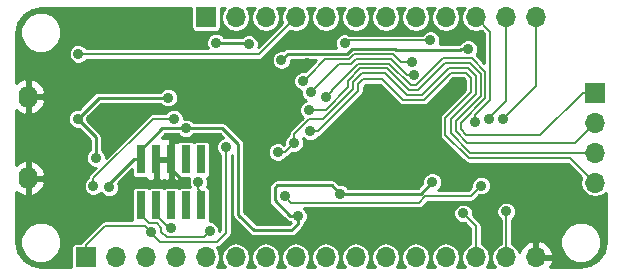
<source format=gbr>
G04 #@! TF.GenerationSoftware,KiCad,Pcbnew,(2017-09-09 revision 8c7175b)-master*
G04 #@! TF.CreationDate,2017-09-11T12:48:41-07:00*
G04 #@! TF.ProjectId,feather_ice40,666561746865725F69636534302E6B69,rev?*
G04 #@! TF.SameCoordinates,Original*
G04 #@! TF.FileFunction,Copper,L2,Bot,Signal*
G04 #@! TF.FilePolarity,Positive*
%FSLAX46Y46*%
G04 Gerber Fmt 4.6, Leading zero omitted, Abs format (unit mm)*
G04 Created by KiCad (PCBNEW (2017-09-09 revision 8c7175b)-master) date Monday, September 11, 2017 'PMt' 12:48:41 PM*
%MOMM*%
%LPD*%
G01*
G04 APERTURE LIST*
%ADD10O,1.700000X1.700000*%
%ADD11R,1.700000X1.700000*%
%ADD12R,0.750000X2.400000*%
%ADD13O,1.600000X1.900000*%
%ADD14C,0.914400*%
%ADD15C,0.254000*%
%ADD16C,0.203200*%
G04 APERTURE END LIST*
D10*
X140898880Y-76230480D03*
X140898880Y-73690480D03*
X140898880Y-71150480D03*
D11*
X140898880Y-68610480D03*
X97790000Y-82550000D03*
D10*
X100330000Y-82550000D03*
X102870000Y-82550000D03*
X105410000Y-82550000D03*
X107950000Y-82550000D03*
X110490000Y-82550000D03*
X113030000Y-82550000D03*
X115570000Y-82550000D03*
X118110000Y-82550000D03*
X120650000Y-82550000D03*
X123190000Y-82550000D03*
X125730000Y-82550000D03*
X128270000Y-82550000D03*
X130810000Y-82550000D03*
X133350000Y-82550000D03*
X135890000Y-82550000D03*
D11*
X107950000Y-62230000D03*
D10*
X110490000Y-62230000D03*
X113030000Y-62230000D03*
X115570000Y-62230000D03*
X118110000Y-62230000D03*
X120650000Y-62230000D03*
X123190000Y-62230000D03*
X125730000Y-62230000D03*
X128270000Y-62230000D03*
X130810000Y-62230000D03*
X133350000Y-62230000D03*
X135890000Y-62230000D03*
D12*
X102463600Y-74250000D03*
X102463600Y-78150000D03*
X103733600Y-74250000D03*
X103733600Y-78150000D03*
X105003600Y-74250000D03*
X105003600Y-78150000D03*
X106273600Y-74250000D03*
X106273600Y-78150000D03*
X107543600Y-74250000D03*
X107543600Y-78150000D03*
D13*
X92892500Y-68940000D03*
X92892500Y-75840000D03*
D14*
X106233569Y-71634794D03*
X115752880Y-79062580D03*
X119336820Y-77147420D03*
X127115378Y-76172816D03*
X130176572Y-64937650D03*
X114348260Y-65846960D03*
X99771200Y-76631800D03*
X105528279Y-72501755D03*
X107071160Y-68910200D03*
X116486940Y-66106040D03*
X99766120Y-78572360D03*
X109860080Y-66789300D03*
X123758960Y-79235300D03*
X137541000Y-76624180D03*
X118280180Y-74523600D03*
X129487432Y-67879229D03*
X122095281Y-68308230D03*
X125210710Y-71228090D03*
X125210710Y-72515590D03*
X126498210Y-72515590D03*
X126498210Y-71228090D03*
X112298480Y-68049140D03*
X99014280Y-66456560D03*
X114390857Y-79476703D03*
X105892600Y-76250800D03*
X97180400Y-73812400D03*
X104769194Y-69021957D03*
X111577120Y-64513460D03*
X108795820Y-64368680D03*
X97155000Y-65326260D03*
X105229660Y-70802500D03*
X130756888Y-71087059D03*
X119698963Y-64432667D03*
X126961900Y-64175640D03*
X129727960Y-78831440D03*
X133380480Y-78668880D03*
X116186811Y-67630052D03*
X103294180Y-80431640D03*
X125405589Y-65999157D03*
X109641034Y-73207212D03*
X98628198Y-74117200D03*
X97078800Y-70815200D03*
X108254800Y-80340200D03*
X104973216Y-80055919D03*
X98425000Y-76504800D03*
X133073140Y-70858380D03*
X131887867Y-70796844D03*
X116786660Y-71879460D03*
X115426541Y-72849965D03*
X114031546Y-73639964D03*
X116680905Y-70077703D03*
X118132249Y-68953303D03*
X107315000Y-76149200D03*
X116816054Y-68553691D03*
X125555276Y-67106699D03*
X131262120Y-76469240D03*
X114609880Y-77370940D03*
D15*
X109333474Y-71634794D02*
X106880147Y-71634794D01*
X106880147Y-71634794D02*
X106233569Y-71634794D01*
X102463600Y-74250000D02*
X102463600Y-73425000D01*
X115752880Y-79062580D02*
X115752880Y-79709158D01*
X105586991Y-71634794D02*
X106233569Y-71634794D01*
X112031779Y-80269079D02*
X110688120Y-78925420D01*
X115192959Y-80269079D02*
X112031779Y-80269079D01*
X110688120Y-72989440D02*
X109333474Y-71634794D01*
X110688120Y-78925420D02*
X110688120Y-72989440D01*
X115752880Y-79709158D02*
X115192959Y-80269079D01*
X102463600Y-73425000D02*
X104253806Y-71634794D01*
X104253806Y-71634794D02*
X105586991Y-71634794D01*
X129529994Y-64937650D02*
X130176572Y-64937650D01*
X124045555Y-64975769D02*
X129491875Y-64975769D01*
X114876581Y-65318639D02*
X119926554Y-65318639D01*
X119926554Y-65318639D02*
X120345717Y-64899476D01*
X123969262Y-64899476D02*
X124045555Y-64975769D01*
X114348260Y-65846960D02*
X114876581Y-65318639D01*
X120345717Y-64899476D02*
X123969262Y-64899476D01*
X129491875Y-64975769D02*
X129529994Y-64937650D01*
X115106302Y-79062580D02*
X115752880Y-79062580D01*
X113771680Y-77727958D02*
X115106302Y-79062580D01*
X113771680Y-76664820D02*
X113771680Y-77727958D01*
X113990120Y-76446380D02*
X113771680Y-76664820D01*
X118635780Y-76446380D02*
X113990120Y-76446380D01*
X119336820Y-77147420D02*
X118635780Y-76446380D01*
X127115378Y-76172816D02*
X126140774Y-77147420D01*
X126140774Y-77147420D02*
X119336820Y-77147420D01*
X102463600Y-74250000D02*
X101834600Y-74250000D01*
X101834600Y-74250000D02*
X99771200Y-76313400D01*
X99771200Y-76313400D02*
X99771200Y-76631800D01*
X105003600Y-74250000D02*
X105003600Y-72796000D01*
X105003600Y-72796000D02*
X105297845Y-72501755D01*
X105297845Y-72501755D02*
X105528279Y-72501755D01*
X105892600Y-75964000D02*
X105892600Y-76250800D01*
X105003600Y-75075000D02*
X105892600Y-75964000D01*
X105003600Y-74250000D02*
X105003600Y-75075000D01*
X97180400Y-73812400D02*
X97586800Y-74218800D01*
X97078800Y-70815200D02*
X98872043Y-69021957D01*
X98872043Y-69021957D02*
X104122616Y-69021957D01*
X104122616Y-69021957D02*
X104769194Y-69021957D01*
X108795820Y-64368680D02*
X111432340Y-64368680D01*
X111432340Y-64368680D02*
X111577120Y-64513460D01*
D16*
X107772210Y-80822790D02*
X107797601Y-80797399D01*
X107797601Y-80797399D02*
X108254800Y-80340200D01*
X104612325Y-80822790D02*
X107772210Y-80822790D01*
X104173022Y-80383487D02*
X104612325Y-80822790D01*
X104173022Y-80048098D02*
X104173022Y-80383487D01*
X103779725Y-79654801D02*
X104173022Y-80048098D01*
X103143401Y-79654801D02*
X103779725Y-79654801D01*
X102463600Y-78150000D02*
X102463600Y-78975000D01*
X102463600Y-78975000D02*
X103143401Y-79654801D01*
X97801578Y-65326260D02*
X97155000Y-65326260D01*
X112473740Y-65326260D02*
X97801578Y-65326260D01*
X115570000Y-62230000D02*
X112473740Y-65326260D01*
X103480722Y-70802500D02*
X104583082Y-70802500D01*
X98425000Y-76504800D02*
X98425000Y-75858222D01*
X104583082Y-70802500D02*
X105229660Y-70802500D01*
X98425000Y-75858222D02*
X103480722Y-70802500D01*
X130756888Y-70520635D02*
X130756888Y-71087059D01*
X132016544Y-69260979D02*
X130756888Y-70520635D01*
X132016544Y-63436544D02*
X132016544Y-69260979D01*
X130810000Y-62230000D02*
X132016544Y-63436544D01*
X119955990Y-64175640D02*
X119698963Y-64432667D01*
X126961900Y-64175640D02*
X119955990Y-64175640D01*
X129727960Y-78831440D02*
X130810000Y-79913480D01*
X130810000Y-79913480D02*
X130810000Y-82550000D01*
X133380480Y-78668880D02*
X133380480Y-82519520D01*
X133380480Y-82519520D02*
X133350000Y-82550000D01*
X125405589Y-65999157D02*
X124458271Y-65999157D01*
X120524578Y-65331287D02*
X120080078Y-65775787D01*
X116644010Y-67172853D02*
X116186811Y-67630052D01*
X118041076Y-65775787D02*
X116644010Y-67172853D01*
X124458271Y-65999157D02*
X123790401Y-65331287D01*
X123790401Y-65331287D02*
X120524578Y-65331287D01*
X120080078Y-65775787D02*
X118041076Y-65775787D01*
X99380599Y-79906201D02*
X102768741Y-79906201D01*
X102768741Y-79906201D02*
X102836981Y-79974441D01*
X97790000Y-81496800D02*
X99380599Y-79906201D01*
X108861861Y-81231739D02*
X104094279Y-81231739D01*
X104094279Y-81231739D02*
X103751379Y-80888839D01*
X103751379Y-80888839D02*
X103294180Y-80431640D01*
X97790000Y-82550000D02*
X97790000Y-81496800D01*
X109641034Y-73207212D02*
X109641034Y-80452566D01*
X109641034Y-80452566D02*
X108861861Y-81231739D01*
X102836981Y-79974441D02*
X103294180Y-80431640D01*
D15*
X97078800Y-70815200D02*
X98628198Y-72364598D01*
X98628198Y-73470622D02*
X98628198Y-74117200D01*
X98628198Y-72364598D02*
X98628198Y-73470622D01*
D16*
X104814519Y-80055919D02*
X104973216Y-80055919D01*
X103733600Y-78975000D02*
X104814519Y-80055919D01*
X103733600Y-78150000D02*
X103733600Y-78975000D01*
X135890000Y-62230000D02*
X135890000Y-68041520D01*
X135890000Y-68041520D02*
X133530339Y-70401181D01*
X133530339Y-70401181D02*
X133073140Y-70858380D01*
X133350000Y-62230000D02*
X133350000Y-69334711D01*
X132345066Y-70339645D02*
X131887867Y-70796844D01*
X133350000Y-69334711D02*
X132345066Y-70339645D01*
X133309360Y-62270640D02*
X133350000Y-62230000D01*
X130205480Y-74140060D02*
X138808460Y-74140060D01*
X138808460Y-74140060D02*
X140898880Y-76230480D01*
X128229360Y-72163940D02*
X130205480Y-74140060D01*
X128229360Y-70749160D02*
X128229360Y-72163940D01*
X130390900Y-68587620D02*
X128229360Y-70749160D01*
X130390900Y-67376040D02*
X130390900Y-68587620D01*
X129941320Y-66926460D02*
X130390900Y-67376040D01*
X128696720Y-66926460D02*
X129941320Y-66926460D01*
X126423420Y-69199760D02*
X128696720Y-66926460D01*
X124602240Y-69199760D02*
X126423420Y-69199760D01*
X122857260Y-67454780D02*
X124602240Y-69199760D01*
X121274840Y-67454780D02*
X122857260Y-67454780D01*
X120827800Y-67901820D02*
X121274840Y-67454780D01*
X120827800Y-68484898D02*
X120827800Y-67901820D01*
X116786660Y-71879460D02*
X117433238Y-71879460D01*
X117433238Y-71879460D02*
X120827800Y-68484898D01*
X128528380Y-66520049D02*
X126255080Y-68793349D01*
X130109660Y-66520049D02*
X128528380Y-66520049D01*
X130797311Y-67207700D02*
X130109660Y-66520049D01*
X130797311Y-68755960D02*
X130797311Y-67207700D01*
X128691640Y-70861631D02*
X130797311Y-68755960D01*
X128691640Y-72051470D02*
X128691640Y-70861631D01*
X130330650Y-73690480D02*
X128691640Y-72051470D01*
X121197938Y-66956931D02*
X120421389Y-67733480D01*
X120421389Y-67733480D02*
X120421389Y-68316558D01*
X115426541Y-72111817D02*
X115426541Y-72203387D01*
X116679989Y-70858369D02*
X115426541Y-72111817D01*
X117879578Y-70858369D02*
X116679989Y-70858369D01*
X120421389Y-68316558D02*
X117879578Y-70858369D01*
X140898880Y-73690480D02*
X130330650Y-73690480D01*
X123117041Y-66956931D02*
X121197938Y-66956931D01*
X124953459Y-68793349D02*
X123117041Y-66956931D01*
X126255080Y-68793349D02*
X124953459Y-68793349D01*
X115426541Y-72849965D02*
X114636542Y-73639964D01*
X115426541Y-72203387D02*
X115426541Y-72849965D01*
X114636542Y-73639964D02*
X114031546Y-73639964D01*
X129098051Y-71883132D02*
X129098052Y-71029969D01*
X119999740Y-68163457D02*
X118085494Y-70077703D01*
X131203722Y-68924300D02*
X131203722Y-67039360D01*
X131203722Y-67039360D02*
X130270424Y-66106062D01*
X128208307Y-66106062D02*
X125927431Y-68386938D01*
X125121799Y-68386938D02*
X123285381Y-66550520D01*
X140898880Y-71150480D02*
X139209780Y-72839580D01*
X130054500Y-72839580D02*
X129098051Y-71883132D01*
X130270424Y-66106062D02*
X128208307Y-66106062D01*
X121029598Y-66550520D02*
X119999740Y-67580379D01*
X118085494Y-70077703D02*
X117327483Y-70077703D01*
X129098052Y-71029969D02*
X131203722Y-68924300D01*
X119999740Y-67580379D02*
X119999740Y-68163457D01*
X125927431Y-68386938D02*
X125121799Y-68386938D01*
X139209780Y-72839580D02*
X130054500Y-72839580D01*
X117327483Y-70077703D02*
X116680905Y-70077703D01*
X123285381Y-66550520D02*
X121029598Y-66550520D01*
X131610133Y-66871020D02*
X130438764Y-65699651D01*
X131610133Y-69092640D02*
X131610133Y-66871020D01*
X129504462Y-71198310D02*
X131610133Y-69092640D01*
X130438764Y-65699651D02*
X128039967Y-65699651D01*
X128039967Y-65699651D02*
X125759091Y-67980527D01*
X125759091Y-67980527D02*
X125290139Y-67980527D01*
X125290139Y-67980527D02*
X123453721Y-66144109D01*
X123453721Y-66144109D02*
X120861258Y-66144109D01*
X120861258Y-66144109D02*
X118589448Y-68415919D01*
X118589448Y-68415919D02*
X118589448Y-68496104D01*
X129504462Y-71714792D02*
X129504462Y-71198310D01*
X136271900Y-72184260D02*
X129973930Y-72184260D01*
X129973930Y-72184260D02*
X129504462Y-71714792D01*
X140898880Y-68610480D02*
X139845680Y-68610480D01*
X139845680Y-68610480D02*
X136271900Y-72184260D01*
X118589448Y-68496104D02*
X118132249Y-68953303D01*
X107315000Y-76149200D02*
X107315000Y-76795778D01*
X107315000Y-76795778D02*
X107543600Y-77024378D01*
X107543600Y-77024378D02*
X107543600Y-78150000D01*
X120248418Y-66182198D02*
X119187547Y-66182198D01*
X124991062Y-67106699D02*
X123622061Y-65737698D01*
X125555276Y-67106699D02*
X124991062Y-67106699D01*
X117273253Y-68096492D02*
X116816054Y-68553691D01*
X123622061Y-65737698D02*
X120692918Y-65737698D01*
X120692918Y-65737698D02*
X120248418Y-66182198D01*
X119187547Y-66182198D02*
X117273253Y-68096492D01*
X130804921Y-76926439D02*
X131262120Y-76469240D01*
X126527926Y-77370940D02*
X130360420Y-77370940D01*
X125989444Y-77909422D02*
X126527926Y-77370940D01*
X115148362Y-77909422D02*
X125989444Y-77909422D01*
X114609880Y-77370940D02*
X115148362Y-77909422D01*
X130360420Y-77370940D02*
X130804921Y-76926439D01*
D15*
G36*
X106711536Y-63080000D02*
X106741106Y-63228659D01*
X106825314Y-63354686D01*
X106951341Y-63438894D01*
X107100000Y-63468464D01*
X108800000Y-63468464D01*
X108948659Y-63438894D01*
X109074686Y-63354686D01*
X109158894Y-63228659D01*
X109188464Y-63080000D01*
X109188464Y-61416000D01*
X109565720Y-61416000D01*
X109352704Y-61734800D01*
X109259000Y-62205883D01*
X109259000Y-62254117D01*
X109352704Y-62725200D01*
X109619552Y-63124565D01*
X110018917Y-63391413D01*
X110490000Y-63485117D01*
X110961083Y-63391413D01*
X111360448Y-63124565D01*
X111627296Y-62725200D01*
X111721000Y-62254117D01*
X111721000Y-62205883D01*
X111627296Y-61734800D01*
X111414280Y-61416000D01*
X112105720Y-61416000D01*
X111892704Y-61734800D01*
X111799000Y-62205883D01*
X111799000Y-62254117D01*
X111892704Y-62725200D01*
X112159552Y-63124565D01*
X112558917Y-63391413D01*
X113030000Y-63485117D01*
X113501083Y-63391413D01*
X113900448Y-63124565D01*
X114167296Y-62725200D01*
X114261000Y-62254117D01*
X114261000Y-62205883D01*
X114167296Y-61734800D01*
X113954280Y-61416000D01*
X114645720Y-61416000D01*
X114432704Y-61734800D01*
X114339000Y-62205883D01*
X114339000Y-62254117D01*
X114426001Y-62691499D01*
X112399974Y-64717526D01*
X112415174Y-64680920D01*
X112415465Y-64347463D01*
X112288125Y-64039278D01*
X112052542Y-63803283D01*
X111744580Y-63675406D01*
X111411123Y-63675115D01*
X111102938Y-63802455D01*
X111044611Y-63860680D01*
X109473066Y-63860680D01*
X109271242Y-63658503D01*
X108963280Y-63530626D01*
X108629823Y-63530335D01*
X108321638Y-63657675D01*
X108085643Y-63893258D01*
X107957766Y-64201220D01*
X107957475Y-64534677D01*
X108084815Y-64842862D01*
X108085612Y-64843660D01*
X97857602Y-64843660D01*
X97630422Y-64616083D01*
X97322460Y-64488206D01*
X96989003Y-64487915D01*
X96680818Y-64615255D01*
X96444823Y-64850838D01*
X96316946Y-65158800D01*
X96316655Y-65492257D01*
X96443995Y-65800442D01*
X96679578Y-66036437D01*
X96987540Y-66164314D01*
X97320997Y-66164605D01*
X97629182Y-66037265D01*
X97857986Y-65808860D01*
X112473740Y-65808860D01*
X112658423Y-65772124D01*
X112814990Y-65667510D01*
X115094223Y-63388277D01*
X115098917Y-63391413D01*
X115570000Y-63485117D01*
X116041083Y-63391413D01*
X116440448Y-63124565D01*
X116707296Y-62725200D01*
X116801000Y-62254117D01*
X116801000Y-62205883D01*
X116707296Y-61734800D01*
X116494280Y-61416000D01*
X117185720Y-61416000D01*
X116972704Y-61734800D01*
X116879000Y-62205883D01*
X116879000Y-62254117D01*
X116972704Y-62725200D01*
X117239552Y-63124565D01*
X117638917Y-63391413D01*
X118110000Y-63485117D01*
X118581083Y-63391413D01*
X118980448Y-63124565D01*
X119247296Y-62725200D01*
X119341000Y-62254117D01*
X119341000Y-62205883D01*
X119247296Y-61734800D01*
X119034280Y-61416000D01*
X119725720Y-61416000D01*
X119512704Y-61734800D01*
X119419000Y-62205883D01*
X119419000Y-62254117D01*
X119512704Y-62725200D01*
X119779552Y-63124565D01*
X120178917Y-63391413D01*
X120650000Y-63485117D01*
X121121083Y-63391413D01*
X121520448Y-63124565D01*
X121787296Y-62725200D01*
X121881000Y-62254117D01*
X121881000Y-62205883D01*
X121787296Y-61734800D01*
X121574280Y-61416000D01*
X122265720Y-61416000D01*
X122052704Y-61734800D01*
X121959000Y-62205883D01*
X121959000Y-62254117D01*
X122052704Y-62725200D01*
X122319552Y-63124565D01*
X122718917Y-63391413D01*
X123190000Y-63485117D01*
X123661083Y-63391413D01*
X124060448Y-63124565D01*
X124327296Y-62725200D01*
X124421000Y-62254117D01*
X124421000Y-62205883D01*
X124327296Y-61734800D01*
X124114280Y-61416000D01*
X124805720Y-61416000D01*
X124592704Y-61734800D01*
X124499000Y-62205883D01*
X124499000Y-62254117D01*
X124592704Y-62725200D01*
X124859552Y-63124565D01*
X125258917Y-63391413D01*
X125730000Y-63485117D01*
X126201083Y-63391413D01*
X126600448Y-63124565D01*
X126867296Y-62725200D01*
X126961000Y-62254117D01*
X126961000Y-62205883D01*
X126867296Y-61734800D01*
X126654280Y-61416000D01*
X127345720Y-61416000D01*
X127132704Y-61734800D01*
X127039000Y-62205883D01*
X127039000Y-62254117D01*
X127132704Y-62725200D01*
X127399552Y-63124565D01*
X127798917Y-63391413D01*
X128270000Y-63485117D01*
X128741083Y-63391413D01*
X129140448Y-63124565D01*
X129407296Y-62725200D01*
X129501000Y-62254117D01*
X129501000Y-62205883D01*
X129407296Y-61734800D01*
X129194280Y-61416000D01*
X129885720Y-61416000D01*
X129672704Y-61734800D01*
X129579000Y-62205883D01*
X129579000Y-62254117D01*
X129672704Y-62725200D01*
X129939552Y-63124565D01*
X130338917Y-63391413D01*
X130810000Y-63485117D01*
X131281083Y-63391413D01*
X131285777Y-63388277D01*
X131533944Y-63636444D01*
X131533944Y-66112331D01*
X130860694Y-65439081D01*
X130886749Y-65413072D01*
X131014626Y-65105110D01*
X131014917Y-64771653D01*
X130887577Y-64463468D01*
X130651994Y-64227473D01*
X130344032Y-64099596D01*
X130010575Y-64099305D01*
X129702390Y-64226645D01*
X129491325Y-64437342D01*
X129367844Y-64461904D01*
X129338355Y-64467769D01*
X127748187Y-64467769D01*
X127799954Y-64343100D01*
X127800245Y-64009643D01*
X127672905Y-63701458D01*
X127437322Y-63465463D01*
X127129360Y-63337586D01*
X126795903Y-63337295D01*
X126487718Y-63464635D01*
X126258914Y-63693040D01*
X120103462Y-63693040D01*
X119866423Y-63594613D01*
X119532966Y-63594322D01*
X119224781Y-63721662D01*
X118988786Y-63957245D01*
X118860909Y-64265207D01*
X118860618Y-64598664D01*
X118948205Y-64810639D01*
X114876581Y-64810639D01*
X114682178Y-64849308D01*
X114517371Y-64959429D01*
X114467936Y-65008864D01*
X114182263Y-65008615D01*
X113874078Y-65135955D01*
X113638083Y-65371538D01*
X113510206Y-65679500D01*
X113509915Y-66012957D01*
X113637255Y-66321142D01*
X113872838Y-66557137D01*
X114180800Y-66685014D01*
X114514257Y-66685305D01*
X114822442Y-66557965D01*
X115058437Y-66322382D01*
X115186314Y-66014420D01*
X115186478Y-65826639D01*
X117307724Y-65826639D01*
X116342375Y-66791988D01*
X116020814Y-66791707D01*
X115712629Y-66919047D01*
X115476634Y-67154630D01*
X115348757Y-67462592D01*
X115348466Y-67796049D01*
X115475806Y-68104234D01*
X115711389Y-68340229D01*
X115977944Y-68450912D01*
X115977709Y-68719688D01*
X116105049Y-69027873D01*
X116340632Y-69263868D01*
X116397969Y-69287676D01*
X116206723Y-69366698D01*
X115970728Y-69602281D01*
X115842851Y-69910243D01*
X115842560Y-70243700D01*
X115969900Y-70551885D01*
X116136791Y-70719067D01*
X115085291Y-71770567D01*
X114980677Y-71927134D01*
X114943941Y-72111817D01*
X114943941Y-72147363D01*
X114716364Y-72374543D01*
X114588487Y-72682505D01*
X114588205Y-73005801D01*
X114585525Y-73008481D01*
X114506968Y-72929787D01*
X114199006Y-72801910D01*
X113865549Y-72801619D01*
X113557364Y-72928959D01*
X113321369Y-73164542D01*
X113193492Y-73472504D01*
X113193201Y-73805961D01*
X113320541Y-74114146D01*
X113556124Y-74350141D01*
X113864086Y-74478018D01*
X114197543Y-74478309D01*
X114505728Y-74350969D01*
X114741723Y-74115386D01*
X114747944Y-74100405D01*
X114821225Y-74085828D01*
X114977792Y-73981214D01*
X115270977Y-73688029D01*
X115592538Y-73688310D01*
X115900723Y-73560970D01*
X116136718Y-73325387D01*
X116264595Y-73017425D01*
X116264886Y-72683968D01*
X116165646Y-72443791D01*
X116311238Y-72589637D01*
X116619200Y-72717514D01*
X116952657Y-72717805D01*
X117260842Y-72590465D01*
X117496837Y-72354882D01*
X117499314Y-72348917D01*
X117617921Y-72325324D01*
X117774488Y-72220710D01*
X121169047Y-68826150D01*
X121169050Y-68826148D01*
X121273664Y-68669581D01*
X121289877Y-68588074D01*
X121310401Y-68484898D01*
X121310400Y-68484893D01*
X121310400Y-68101720D01*
X121474740Y-67937380D01*
X122657360Y-67937380D01*
X124260988Y-69541007D01*
X124260990Y-69541010D01*
X124362953Y-69609139D01*
X124417557Y-69645624D01*
X124602240Y-69682360D01*
X126423420Y-69682360D01*
X126608103Y-69645624D01*
X126764670Y-69541010D01*
X128896620Y-67409060D01*
X129741420Y-67409060D01*
X129908300Y-67575940D01*
X129908300Y-68387720D01*
X127888110Y-70407910D01*
X127783496Y-70564477D01*
X127746760Y-70749160D01*
X127746760Y-72163940D01*
X127783496Y-72348623D01*
X127888110Y-72505190D01*
X129864230Y-74481310D01*
X130020797Y-74585924D01*
X130205480Y-74622661D01*
X130205485Y-74622660D01*
X138608560Y-74622660D01*
X139740603Y-75754703D01*
X139737467Y-75759397D01*
X139643763Y-76230480D01*
X139737467Y-76701563D01*
X140004315Y-77100928D01*
X140403680Y-77367776D01*
X140874763Y-77461480D01*
X140922997Y-77461480D01*
X141394080Y-77367776D01*
X141784000Y-77107239D01*
X141784000Y-81235089D01*
X141617112Y-82074094D01*
X141167293Y-82747293D01*
X140494094Y-83197112D01*
X139655089Y-83364000D01*
X137116816Y-83364000D01*
X137331486Y-82906892D01*
X137210819Y-82677000D01*
X136017000Y-82677000D01*
X136017000Y-82697000D01*
X135763000Y-82697000D01*
X135763000Y-82677000D01*
X135743000Y-82677000D01*
X135743000Y-82423000D01*
X135763000Y-82423000D01*
X135763000Y-81229845D01*
X136017000Y-81229845D01*
X136017000Y-82423000D01*
X137210819Y-82423000D01*
X137331486Y-82193108D01*
X137085183Y-81668642D01*
X137034889Y-81622807D01*
X137968700Y-81622807D01*
X138231674Y-82259252D01*
X138718187Y-82746614D01*
X139354172Y-83010699D01*
X140042807Y-83011300D01*
X140679252Y-82748326D01*
X141166614Y-82261813D01*
X141430699Y-81625828D01*
X141431300Y-80937193D01*
X141168326Y-80300748D01*
X140681813Y-79813386D01*
X140045828Y-79549301D01*
X139357193Y-79548700D01*
X138720748Y-79811674D01*
X138233386Y-80298187D01*
X137969301Y-80934172D01*
X137968700Y-81622807D01*
X137034889Y-81622807D01*
X136656924Y-81278355D01*
X136246890Y-81108524D01*
X136017000Y-81229845D01*
X135763000Y-81229845D01*
X135533110Y-81108524D01*
X135123076Y-81278355D01*
X134694817Y-81668642D01*
X134495083Y-82093947D01*
X134487296Y-82054800D01*
X134220448Y-81655435D01*
X133863080Y-81416649D01*
X133863080Y-79371482D01*
X134090657Y-79144302D01*
X134218534Y-78836340D01*
X134218825Y-78502883D01*
X134091485Y-78194698D01*
X133855902Y-77958703D01*
X133547940Y-77830826D01*
X133214483Y-77830535D01*
X132906298Y-77957875D01*
X132670303Y-78193458D01*
X132542426Y-78501420D01*
X132542135Y-78834877D01*
X132669475Y-79143062D01*
X132897880Y-79371866D01*
X132897880Y-81384815D01*
X132878917Y-81388587D01*
X132479552Y-81655435D01*
X132212704Y-82054800D01*
X132119000Y-82525883D01*
X132119000Y-82574117D01*
X132212704Y-83045200D01*
X132425720Y-83364000D01*
X131734280Y-83364000D01*
X131947296Y-83045200D01*
X132041000Y-82574117D01*
X132041000Y-82525883D01*
X131947296Y-82054800D01*
X131680448Y-81655435D01*
X131292600Y-81396282D01*
X131292600Y-79913485D01*
X131292601Y-79913480D01*
X131255864Y-79728797D01*
X131241198Y-79706848D01*
X131151250Y-79572230D01*
X131151247Y-79572228D01*
X130566024Y-78987005D01*
X130566305Y-78665443D01*
X130438965Y-78357258D01*
X130203382Y-78121263D01*
X129895420Y-77993386D01*
X129561963Y-77993095D01*
X129253778Y-78120435D01*
X129017783Y-78356018D01*
X128889906Y-78663980D01*
X128889615Y-78997437D01*
X129016955Y-79305622D01*
X129252538Y-79541617D01*
X129560500Y-79669494D01*
X129883797Y-79669776D01*
X130327400Y-80113379D01*
X130327400Y-81396282D01*
X129939552Y-81655435D01*
X129672704Y-82054800D01*
X129579000Y-82525883D01*
X129579000Y-82574117D01*
X129672704Y-83045200D01*
X129885720Y-83364000D01*
X129194280Y-83364000D01*
X129407296Y-83045200D01*
X129501000Y-82574117D01*
X129501000Y-82525883D01*
X129407296Y-82054800D01*
X129140448Y-81655435D01*
X128741083Y-81388587D01*
X128270000Y-81294883D01*
X127798917Y-81388587D01*
X127399552Y-81655435D01*
X127132704Y-82054800D01*
X127039000Y-82525883D01*
X127039000Y-82574117D01*
X127132704Y-83045200D01*
X127345720Y-83364000D01*
X126654280Y-83364000D01*
X126867296Y-83045200D01*
X126961000Y-82574117D01*
X126961000Y-82525883D01*
X126867296Y-82054800D01*
X126600448Y-81655435D01*
X126201083Y-81388587D01*
X125730000Y-81294883D01*
X125258917Y-81388587D01*
X124859552Y-81655435D01*
X124592704Y-82054800D01*
X124499000Y-82525883D01*
X124499000Y-82574117D01*
X124592704Y-83045200D01*
X124805720Y-83364000D01*
X124114280Y-83364000D01*
X124327296Y-83045200D01*
X124421000Y-82574117D01*
X124421000Y-82525883D01*
X124327296Y-82054800D01*
X124060448Y-81655435D01*
X123661083Y-81388587D01*
X123190000Y-81294883D01*
X122718917Y-81388587D01*
X122319552Y-81655435D01*
X122052704Y-82054800D01*
X121959000Y-82525883D01*
X121959000Y-82574117D01*
X122052704Y-83045200D01*
X122265720Y-83364000D01*
X121574280Y-83364000D01*
X121787296Y-83045200D01*
X121881000Y-82574117D01*
X121881000Y-82525883D01*
X121787296Y-82054800D01*
X121520448Y-81655435D01*
X121121083Y-81388587D01*
X120650000Y-81294883D01*
X120178917Y-81388587D01*
X119779552Y-81655435D01*
X119512704Y-82054800D01*
X119419000Y-82525883D01*
X119419000Y-82574117D01*
X119512704Y-83045200D01*
X119725720Y-83364000D01*
X119034280Y-83364000D01*
X119247296Y-83045200D01*
X119341000Y-82574117D01*
X119341000Y-82525883D01*
X119247296Y-82054800D01*
X118980448Y-81655435D01*
X118581083Y-81388587D01*
X118110000Y-81294883D01*
X117638917Y-81388587D01*
X117239552Y-81655435D01*
X116972704Y-82054800D01*
X116879000Y-82525883D01*
X116879000Y-82574117D01*
X116972704Y-83045200D01*
X117185720Y-83364000D01*
X116494280Y-83364000D01*
X116707296Y-83045200D01*
X116801000Y-82574117D01*
X116801000Y-82525883D01*
X116707296Y-82054800D01*
X116440448Y-81655435D01*
X116041083Y-81388587D01*
X115570000Y-81294883D01*
X115098917Y-81388587D01*
X114699552Y-81655435D01*
X114432704Y-82054800D01*
X114339000Y-82525883D01*
X114339000Y-82574117D01*
X114432704Y-83045200D01*
X114645720Y-83364000D01*
X113954280Y-83364000D01*
X114167296Y-83045200D01*
X114261000Y-82574117D01*
X114261000Y-82525883D01*
X114167296Y-82054800D01*
X113900448Y-81655435D01*
X113501083Y-81388587D01*
X113030000Y-81294883D01*
X112558917Y-81388587D01*
X112159552Y-81655435D01*
X111892704Y-82054800D01*
X111799000Y-82525883D01*
X111799000Y-82574117D01*
X111892704Y-83045200D01*
X112105720Y-83364000D01*
X111414280Y-83364000D01*
X111627296Y-83045200D01*
X111721000Y-82574117D01*
X111721000Y-82525883D01*
X111627296Y-82054800D01*
X111360448Y-81655435D01*
X110961083Y-81388587D01*
X110490000Y-81294883D01*
X110018917Y-81388587D01*
X109619552Y-81655435D01*
X109352704Y-82054800D01*
X109259000Y-82525883D01*
X109259000Y-82574117D01*
X109352704Y-83045200D01*
X109565720Y-83364000D01*
X108874280Y-83364000D01*
X109087296Y-83045200D01*
X109181000Y-82574117D01*
X109181000Y-82525883D01*
X109087296Y-82054800D01*
X108859807Y-81714339D01*
X108861861Y-81714339D01*
X109046544Y-81677603D01*
X109203111Y-81572989D01*
X109982284Y-80793816D01*
X110086898Y-80637249D01*
X110123634Y-80452566D01*
X110123634Y-73909814D01*
X110180120Y-73853426D01*
X110180120Y-78925420D01*
X110218789Y-79119823D01*
X110328910Y-79284630D01*
X111672569Y-80628289D01*
X111837376Y-80738410D01*
X112031779Y-80777079D01*
X115192959Y-80777079D01*
X115387362Y-80738410D01*
X115552169Y-80628289D01*
X116112090Y-80068368D01*
X116222211Y-79903561D01*
X116253268Y-79747424D01*
X116463057Y-79538002D01*
X116590934Y-79230040D01*
X116591225Y-78896583D01*
X116463885Y-78588398D01*
X116267852Y-78392022D01*
X125989444Y-78392022D01*
X126174127Y-78355286D01*
X126330694Y-78250672D01*
X126727825Y-77853540D01*
X130360420Y-77853540D01*
X130545103Y-77816804D01*
X130701670Y-77712190D01*
X130701671Y-77712189D01*
X131106555Y-77307304D01*
X131428117Y-77307585D01*
X131736302Y-77180245D01*
X131972297Y-76944662D01*
X132100174Y-76636700D01*
X132100465Y-76303243D01*
X131973125Y-75995058D01*
X131737542Y-75759063D01*
X131429580Y-75631186D01*
X131096123Y-75630895D01*
X130787938Y-75758235D01*
X130551943Y-75993818D01*
X130424066Y-76301780D01*
X130423784Y-76625077D01*
X130160520Y-76888340D01*
X127578623Y-76888340D01*
X127589560Y-76883821D01*
X127825555Y-76648238D01*
X127953432Y-76340276D01*
X127953723Y-76006819D01*
X127826383Y-75698634D01*
X127590800Y-75462639D01*
X127282838Y-75334762D01*
X126949381Y-75334471D01*
X126641196Y-75461811D01*
X126405201Y-75697394D01*
X126277324Y-76005356D01*
X126277073Y-76292701D01*
X125930354Y-76639420D01*
X120014066Y-76639420D01*
X119812242Y-76437243D01*
X119504280Y-76309366D01*
X119216935Y-76309115D01*
X118994990Y-76087170D01*
X118830183Y-75977049D01*
X118635780Y-75938380D01*
X113990120Y-75938380D01*
X113795717Y-75977049D01*
X113630910Y-76087170D01*
X113412470Y-76305610D01*
X113302349Y-76470417D01*
X113263680Y-76664820D01*
X113263680Y-77727958D01*
X113302349Y-77922361D01*
X113412470Y-78087168D01*
X114747092Y-79421791D01*
X114874518Y-79506934D01*
X114911899Y-79531911D01*
X115068036Y-79562968D01*
X115124293Y-79619325D01*
X114982539Y-79761079D01*
X112242199Y-79761079D01*
X111196120Y-78715000D01*
X111196120Y-72989440D01*
X111157451Y-72795037D01*
X111047330Y-72630230D01*
X109692684Y-71275584D01*
X109527877Y-71165463D01*
X109333474Y-71126794D01*
X106910815Y-71126794D01*
X106708991Y-70924617D01*
X106401029Y-70796740D01*
X106067865Y-70796449D01*
X106068005Y-70636503D01*
X105940665Y-70328318D01*
X105705082Y-70092323D01*
X105397120Y-69964446D01*
X105063663Y-69964155D01*
X104755478Y-70091495D01*
X104526674Y-70319900D01*
X103480727Y-70319900D01*
X103480722Y-70319899D01*
X103296039Y-70356636D01*
X103139472Y-70461250D01*
X103139470Y-70461253D01*
X99466383Y-74134339D01*
X99466543Y-73951203D01*
X99339203Y-73643018D01*
X99136198Y-73439658D01*
X99136198Y-72364598D01*
X99097529Y-72170195D01*
X98987408Y-72005388D01*
X97916896Y-70934876D01*
X97917105Y-70695316D01*
X99082464Y-69529957D01*
X104091948Y-69529957D01*
X104293772Y-69732134D01*
X104601734Y-69860011D01*
X104935191Y-69860302D01*
X105243376Y-69732962D01*
X105479371Y-69497379D01*
X105607248Y-69189417D01*
X105607539Y-68855960D01*
X105480199Y-68547775D01*
X105244616Y-68311780D01*
X104936654Y-68183903D01*
X104603197Y-68183612D01*
X104295012Y-68310952D01*
X104091652Y-68513957D01*
X98872043Y-68513957D01*
X98677640Y-68552626D01*
X98512833Y-68662746D01*
X97198475Y-69977104D01*
X96912803Y-69976855D01*
X96604618Y-70104195D01*
X96368623Y-70339778D01*
X96240746Y-70647740D01*
X96240455Y-70981197D01*
X96367795Y-71289382D01*
X96603378Y-71525377D01*
X96911340Y-71653254D01*
X97198685Y-71653505D01*
X98120198Y-72575018D01*
X98120198Y-73439954D01*
X97918021Y-73641778D01*
X97790144Y-73949740D01*
X97789853Y-74283197D01*
X97917193Y-74591382D01*
X98152776Y-74827377D01*
X98460738Y-74955254D01*
X98645307Y-74955415D01*
X98083750Y-75516972D01*
X97979136Y-75673539D01*
X97955609Y-75791815D01*
X97950818Y-75793795D01*
X97714823Y-76029378D01*
X97586946Y-76337340D01*
X97586655Y-76670797D01*
X97713995Y-76978982D01*
X97949578Y-77214977D01*
X98257540Y-77342854D01*
X98590997Y-77343145D01*
X98899182Y-77215805D01*
X99045303Y-77069940D01*
X99060195Y-77105982D01*
X99295778Y-77341977D01*
X99603740Y-77469854D01*
X99937197Y-77470145D01*
X100245382Y-77342805D01*
X100481377Y-77107222D01*
X100609254Y-76799260D01*
X100609545Y-76465803D01*
X100529921Y-76273099D01*
X101700136Y-75102884D01*
X101700136Y-75450000D01*
X101729706Y-75598659D01*
X101813914Y-75724686D01*
X101939941Y-75808894D01*
X102088600Y-75838464D01*
X102838600Y-75838464D01*
X102847307Y-75836732D01*
X102998901Y-75988327D01*
X103232290Y-76085000D01*
X103447850Y-76085000D01*
X103606600Y-75926250D01*
X103606600Y-74377000D01*
X103860600Y-74377000D01*
X103860600Y-75926250D01*
X104019350Y-76085000D01*
X104234910Y-76085000D01*
X104368600Y-76029624D01*
X104502290Y-76085000D01*
X104717850Y-76085000D01*
X104876600Y-75926250D01*
X104876600Y-74377000D01*
X103860600Y-74377000D01*
X103606600Y-74377000D01*
X103586600Y-74377000D01*
X103586600Y-74123000D01*
X103606600Y-74123000D01*
X103606600Y-74103000D01*
X103860600Y-74103000D01*
X103860600Y-74123000D01*
X104876600Y-74123000D01*
X104876600Y-72573750D01*
X104717850Y-72415000D01*
X104502290Y-72415000D01*
X104368600Y-72470376D01*
X104234910Y-72415000D01*
X104192021Y-72415000D01*
X104464227Y-72142794D01*
X105556323Y-72142794D01*
X105758147Y-72344971D01*
X106066109Y-72472848D01*
X106399566Y-72473139D01*
X106707751Y-72345799D01*
X106911111Y-72142794D01*
X109123054Y-72142794D01*
X109385941Y-72405681D01*
X109166852Y-72496207D01*
X108930857Y-72731790D01*
X108802980Y-73039752D01*
X108802689Y-73373209D01*
X108930029Y-73681394D01*
X109158434Y-73910198D01*
X109158434Y-80252666D01*
X109093019Y-80318081D01*
X109093145Y-80174203D01*
X108965805Y-79866018D01*
X108730222Y-79630023D01*
X108422260Y-79502146D01*
X108275250Y-79502018D01*
X108277494Y-79498659D01*
X108307064Y-79350000D01*
X108307064Y-76950000D01*
X108277494Y-76801341D01*
X108193286Y-76675314D01*
X108067259Y-76591106D01*
X108041243Y-76585931D01*
X108153054Y-76316660D01*
X108153345Y-75983203D01*
X108078279Y-75801531D01*
X108193286Y-75724686D01*
X108277494Y-75598659D01*
X108307064Y-75450000D01*
X108307064Y-73050000D01*
X108277494Y-72901341D01*
X108193286Y-72775314D01*
X108067259Y-72691106D01*
X107918600Y-72661536D01*
X107168600Y-72661536D01*
X107019941Y-72691106D01*
X106908600Y-72765501D01*
X106797259Y-72691106D01*
X106648600Y-72661536D01*
X105898600Y-72661536D01*
X105889893Y-72663268D01*
X105738299Y-72511673D01*
X105504910Y-72415000D01*
X105289350Y-72415000D01*
X105130600Y-72573750D01*
X105130600Y-74123000D01*
X105150600Y-74123000D01*
X105150600Y-74377000D01*
X105130600Y-74377000D01*
X105130600Y-75926250D01*
X105289350Y-76085000D01*
X105504910Y-76085000D01*
X105738299Y-75988327D01*
X105889893Y-75836732D01*
X105898600Y-75838464D01*
X106536439Y-75838464D01*
X106476946Y-75981740D01*
X106476655Y-76315197D01*
X106578441Y-76561536D01*
X105898600Y-76561536D01*
X105749941Y-76591106D01*
X105638600Y-76665501D01*
X105527259Y-76591106D01*
X105378600Y-76561536D01*
X104628600Y-76561536D01*
X104479941Y-76591106D01*
X104368600Y-76665501D01*
X104257259Y-76591106D01*
X104108600Y-76561536D01*
X103358600Y-76561536D01*
X103209941Y-76591106D01*
X103098600Y-76665501D01*
X102987259Y-76591106D01*
X102838600Y-76561536D01*
X102088600Y-76561536D01*
X101939941Y-76591106D01*
X101813914Y-76675314D01*
X101729706Y-76801341D01*
X101700136Y-76950000D01*
X101700136Y-79350000D01*
X101714776Y-79423601D01*
X99380604Y-79423601D01*
X99380599Y-79423600D01*
X99195916Y-79460337D01*
X99039349Y-79564951D01*
X97448750Y-81155550D01*
X97344524Y-81311536D01*
X96940000Y-81311536D01*
X96791341Y-81341106D01*
X96665314Y-81425314D01*
X96581106Y-81551341D01*
X96551536Y-81700000D01*
X96551536Y-83364000D01*
X94024911Y-83364000D01*
X93185906Y-83197112D01*
X92512707Y-82747293D01*
X92062888Y-82074094D01*
X91973122Y-81622807D01*
X92248700Y-81622807D01*
X92511674Y-82259252D01*
X92998187Y-82746614D01*
X93634172Y-83010699D01*
X94322807Y-83011300D01*
X94959252Y-82748326D01*
X95446614Y-82261813D01*
X95710699Y-81625828D01*
X95711300Y-80937193D01*
X95448326Y-80300748D01*
X94961813Y-79813386D01*
X94325828Y-79549301D01*
X93637193Y-79548700D01*
X93000748Y-79811674D01*
X92513386Y-80298187D01*
X92249301Y-80934172D01*
X92248700Y-81622807D01*
X91973122Y-81622807D01*
X91896000Y-81235089D01*
X91896000Y-76988739D01*
X92029824Y-77138243D01*
X92534905Y-77380970D01*
X92543461Y-77381904D01*
X92765500Y-77259915D01*
X92765500Y-75967000D01*
X93019500Y-75967000D01*
X93019500Y-77259915D01*
X93241539Y-77381904D01*
X93250095Y-77380970D01*
X93755176Y-77138243D01*
X94128922Y-76720706D01*
X94314434Y-76191926D01*
X94169766Y-75967000D01*
X93019500Y-75967000D01*
X92765500Y-75967000D01*
X92745500Y-75967000D01*
X92745500Y-75713000D01*
X92765500Y-75713000D01*
X92765500Y-74420085D01*
X93019500Y-74420085D01*
X93019500Y-75713000D01*
X94169766Y-75713000D01*
X94314434Y-75488074D01*
X94128922Y-74959294D01*
X93755176Y-74541757D01*
X93250095Y-74299030D01*
X93241539Y-74298096D01*
X93019500Y-74420085D01*
X92765500Y-74420085D01*
X92543461Y-74298096D01*
X92534905Y-74299030D01*
X92029824Y-74541757D01*
X91896000Y-74691261D01*
X91896000Y-70088739D01*
X92029824Y-70238243D01*
X92534905Y-70480970D01*
X92543461Y-70481904D01*
X92765500Y-70359915D01*
X92765500Y-69067000D01*
X93019500Y-69067000D01*
X93019500Y-70359915D01*
X93241539Y-70481904D01*
X93250095Y-70480970D01*
X93755176Y-70238243D01*
X94128922Y-69820706D01*
X94314434Y-69291926D01*
X94169766Y-69067000D01*
X93019500Y-69067000D01*
X92765500Y-69067000D01*
X92745500Y-69067000D01*
X92745500Y-68813000D01*
X92765500Y-68813000D01*
X92765500Y-67520085D01*
X93019500Y-67520085D01*
X93019500Y-68813000D01*
X94169766Y-68813000D01*
X94314434Y-68588074D01*
X94128922Y-68059294D01*
X93755176Y-67641757D01*
X93250095Y-67399030D01*
X93241539Y-67398096D01*
X93019500Y-67520085D01*
X92765500Y-67520085D01*
X92543461Y-67398096D01*
X92534905Y-67399030D01*
X92029824Y-67641757D01*
X91896000Y-67791261D01*
X91896000Y-63842807D01*
X92248700Y-63842807D01*
X92511674Y-64479252D01*
X92998187Y-64966614D01*
X93634172Y-65230699D01*
X94322807Y-65231300D01*
X94959252Y-64968326D01*
X95446614Y-64481813D01*
X95710699Y-63845828D01*
X95711300Y-63157193D01*
X95448326Y-62520748D01*
X94961813Y-62033386D01*
X94325828Y-61769301D01*
X93637193Y-61768700D01*
X93000748Y-62031674D01*
X92513386Y-62518187D01*
X92249301Y-63154172D01*
X92248700Y-63842807D01*
X91896000Y-63842807D01*
X91896000Y-63544911D01*
X92062888Y-62705906D01*
X92512707Y-62032707D01*
X93185906Y-61582888D01*
X94024911Y-61416000D01*
X106711536Y-61416000D01*
X106711536Y-63080000D01*
X106711536Y-63080000D01*
G37*
X106711536Y-63080000D02*
X106741106Y-63228659D01*
X106825314Y-63354686D01*
X106951341Y-63438894D01*
X107100000Y-63468464D01*
X108800000Y-63468464D01*
X108948659Y-63438894D01*
X109074686Y-63354686D01*
X109158894Y-63228659D01*
X109188464Y-63080000D01*
X109188464Y-61416000D01*
X109565720Y-61416000D01*
X109352704Y-61734800D01*
X109259000Y-62205883D01*
X109259000Y-62254117D01*
X109352704Y-62725200D01*
X109619552Y-63124565D01*
X110018917Y-63391413D01*
X110490000Y-63485117D01*
X110961083Y-63391413D01*
X111360448Y-63124565D01*
X111627296Y-62725200D01*
X111721000Y-62254117D01*
X111721000Y-62205883D01*
X111627296Y-61734800D01*
X111414280Y-61416000D01*
X112105720Y-61416000D01*
X111892704Y-61734800D01*
X111799000Y-62205883D01*
X111799000Y-62254117D01*
X111892704Y-62725200D01*
X112159552Y-63124565D01*
X112558917Y-63391413D01*
X113030000Y-63485117D01*
X113501083Y-63391413D01*
X113900448Y-63124565D01*
X114167296Y-62725200D01*
X114261000Y-62254117D01*
X114261000Y-62205883D01*
X114167296Y-61734800D01*
X113954280Y-61416000D01*
X114645720Y-61416000D01*
X114432704Y-61734800D01*
X114339000Y-62205883D01*
X114339000Y-62254117D01*
X114426001Y-62691499D01*
X112399974Y-64717526D01*
X112415174Y-64680920D01*
X112415465Y-64347463D01*
X112288125Y-64039278D01*
X112052542Y-63803283D01*
X111744580Y-63675406D01*
X111411123Y-63675115D01*
X111102938Y-63802455D01*
X111044611Y-63860680D01*
X109473066Y-63860680D01*
X109271242Y-63658503D01*
X108963280Y-63530626D01*
X108629823Y-63530335D01*
X108321638Y-63657675D01*
X108085643Y-63893258D01*
X107957766Y-64201220D01*
X107957475Y-64534677D01*
X108084815Y-64842862D01*
X108085612Y-64843660D01*
X97857602Y-64843660D01*
X97630422Y-64616083D01*
X97322460Y-64488206D01*
X96989003Y-64487915D01*
X96680818Y-64615255D01*
X96444823Y-64850838D01*
X96316946Y-65158800D01*
X96316655Y-65492257D01*
X96443995Y-65800442D01*
X96679578Y-66036437D01*
X96987540Y-66164314D01*
X97320997Y-66164605D01*
X97629182Y-66037265D01*
X97857986Y-65808860D01*
X112473740Y-65808860D01*
X112658423Y-65772124D01*
X112814990Y-65667510D01*
X115094223Y-63388277D01*
X115098917Y-63391413D01*
X115570000Y-63485117D01*
X116041083Y-63391413D01*
X116440448Y-63124565D01*
X116707296Y-62725200D01*
X116801000Y-62254117D01*
X116801000Y-62205883D01*
X116707296Y-61734800D01*
X116494280Y-61416000D01*
X117185720Y-61416000D01*
X116972704Y-61734800D01*
X116879000Y-62205883D01*
X116879000Y-62254117D01*
X116972704Y-62725200D01*
X117239552Y-63124565D01*
X117638917Y-63391413D01*
X118110000Y-63485117D01*
X118581083Y-63391413D01*
X118980448Y-63124565D01*
X119247296Y-62725200D01*
X119341000Y-62254117D01*
X119341000Y-62205883D01*
X119247296Y-61734800D01*
X119034280Y-61416000D01*
X119725720Y-61416000D01*
X119512704Y-61734800D01*
X119419000Y-62205883D01*
X119419000Y-62254117D01*
X119512704Y-62725200D01*
X119779552Y-63124565D01*
X120178917Y-63391413D01*
X120650000Y-63485117D01*
X121121083Y-63391413D01*
X121520448Y-63124565D01*
X121787296Y-62725200D01*
X121881000Y-62254117D01*
X121881000Y-62205883D01*
X121787296Y-61734800D01*
X121574280Y-61416000D01*
X122265720Y-61416000D01*
X122052704Y-61734800D01*
X121959000Y-62205883D01*
X121959000Y-62254117D01*
X122052704Y-62725200D01*
X122319552Y-63124565D01*
X122718917Y-63391413D01*
X123190000Y-63485117D01*
X123661083Y-63391413D01*
X124060448Y-63124565D01*
X124327296Y-62725200D01*
X124421000Y-62254117D01*
X124421000Y-62205883D01*
X124327296Y-61734800D01*
X124114280Y-61416000D01*
X124805720Y-61416000D01*
X124592704Y-61734800D01*
X124499000Y-62205883D01*
X124499000Y-62254117D01*
X124592704Y-62725200D01*
X124859552Y-63124565D01*
X125258917Y-63391413D01*
X125730000Y-63485117D01*
X126201083Y-63391413D01*
X126600448Y-63124565D01*
X126867296Y-62725200D01*
X126961000Y-62254117D01*
X126961000Y-62205883D01*
X126867296Y-61734800D01*
X126654280Y-61416000D01*
X127345720Y-61416000D01*
X127132704Y-61734800D01*
X127039000Y-62205883D01*
X127039000Y-62254117D01*
X127132704Y-62725200D01*
X127399552Y-63124565D01*
X127798917Y-63391413D01*
X128270000Y-63485117D01*
X128741083Y-63391413D01*
X129140448Y-63124565D01*
X129407296Y-62725200D01*
X129501000Y-62254117D01*
X129501000Y-62205883D01*
X129407296Y-61734800D01*
X129194280Y-61416000D01*
X129885720Y-61416000D01*
X129672704Y-61734800D01*
X129579000Y-62205883D01*
X129579000Y-62254117D01*
X129672704Y-62725200D01*
X129939552Y-63124565D01*
X130338917Y-63391413D01*
X130810000Y-63485117D01*
X131281083Y-63391413D01*
X131285777Y-63388277D01*
X131533944Y-63636444D01*
X131533944Y-66112331D01*
X130860694Y-65439081D01*
X130886749Y-65413072D01*
X131014626Y-65105110D01*
X131014917Y-64771653D01*
X130887577Y-64463468D01*
X130651994Y-64227473D01*
X130344032Y-64099596D01*
X130010575Y-64099305D01*
X129702390Y-64226645D01*
X129491325Y-64437342D01*
X129367844Y-64461904D01*
X129338355Y-64467769D01*
X127748187Y-64467769D01*
X127799954Y-64343100D01*
X127800245Y-64009643D01*
X127672905Y-63701458D01*
X127437322Y-63465463D01*
X127129360Y-63337586D01*
X126795903Y-63337295D01*
X126487718Y-63464635D01*
X126258914Y-63693040D01*
X120103462Y-63693040D01*
X119866423Y-63594613D01*
X119532966Y-63594322D01*
X119224781Y-63721662D01*
X118988786Y-63957245D01*
X118860909Y-64265207D01*
X118860618Y-64598664D01*
X118948205Y-64810639D01*
X114876581Y-64810639D01*
X114682178Y-64849308D01*
X114517371Y-64959429D01*
X114467936Y-65008864D01*
X114182263Y-65008615D01*
X113874078Y-65135955D01*
X113638083Y-65371538D01*
X113510206Y-65679500D01*
X113509915Y-66012957D01*
X113637255Y-66321142D01*
X113872838Y-66557137D01*
X114180800Y-66685014D01*
X114514257Y-66685305D01*
X114822442Y-66557965D01*
X115058437Y-66322382D01*
X115186314Y-66014420D01*
X115186478Y-65826639D01*
X117307724Y-65826639D01*
X116342375Y-66791988D01*
X116020814Y-66791707D01*
X115712629Y-66919047D01*
X115476634Y-67154630D01*
X115348757Y-67462592D01*
X115348466Y-67796049D01*
X115475806Y-68104234D01*
X115711389Y-68340229D01*
X115977944Y-68450912D01*
X115977709Y-68719688D01*
X116105049Y-69027873D01*
X116340632Y-69263868D01*
X116397969Y-69287676D01*
X116206723Y-69366698D01*
X115970728Y-69602281D01*
X115842851Y-69910243D01*
X115842560Y-70243700D01*
X115969900Y-70551885D01*
X116136791Y-70719067D01*
X115085291Y-71770567D01*
X114980677Y-71927134D01*
X114943941Y-72111817D01*
X114943941Y-72147363D01*
X114716364Y-72374543D01*
X114588487Y-72682505D01*
X114588205Y-73005801D01*
X114585525Y-73008481D01*
X114506968Y-72929787D01*
X114199006Y-72801910D01*
X113865549Y-72801619D01*
X113557364Y-72928959D01*
X113321369Y-73164542D01*
X113193492Y-73472504D01*
X113193201Y-73805961D01*
X113320541Y-74114146D01*
X113556124Y-74350141D01*
X113864086Y-74478018D01*
X114197543Y-74478309D01*
X114505728Y-74350969D01*
X114741723Y-74115386D01*
X114747944Y-74100405D01*
X114821225Y-74085828D01*
X114977792Y-73981214D01*
X115270977Y-73688029D01*
X115592538Y-73688310D01*
X115900723Y-73560970D01*
X116136718Y-73325387D01*
X116264595Y-73017425D01*
X116264886Y-72683968D01*
X116165646Y-72443791D01*
X116311238Y-72589637D01*
X116619200Y-72717514D01*
X116952657Y-72717805D01*
X117260842Y-72590465D01*
X117496837Y-72354882D01*
X117499314Y-72348917D01*
X117617921Y-72325324D01*
X117774488Y-72220710D01*
X121169047Y-68826150D01*
X121169050Y-68826148D01*
X121273664Y-68669581D01*
X121289877Y-68588074D01*
X121310401Y-68484898D01*
X121310400Y-68484893D01*
X121310400Y-68101720D01*
X121474740Y-67937380D01*
X122657360Y-67937380D01*
X124260988Y-69541007D01*
X124260990Y-69541010D01*
X124362953Y-69609139D01*
X124417557Y-69645624D01*
X124602240Y-69682360D01*
X126423420Y-69682360D01*
X126608103Y-69645624D01*
X126764670Y-69541010D01*
X128896620Y-67409060D01*
X129741420Y-67409060D01*
X129908300Y-67575940D01*
X129908300Y-68387720D01*
X127888110Y-70407910D01*
X127783496Y-70564477D01*
X127746760Y-70749160D01*
X127746760Y-72163940D01*
X127783496Y-72348623D01*
X127888110Y-72505190D01*
X129864230Y-74481310D01*
X130020797Y-74585924D01*
X130205480Y-74622661D01*
X130205485Y-74622660D01*
X138608560Y-74622660D01*
X139740603Y-75754703D01*
X139737467Y-75759397D01*
X139643763Y-76230480D01*
X139737467Y-76701563D01*
X140004315Y-77100928D01*
X140403680Y-77367776D01*
X140874763Y-77461480D01*
X140922997Y-77461480D01*
X141394080Y-77367776D01*
X141784000Y-77107239D01*
X141784000Y-81235089D01*
X141617112Y-82074094D01*
X141167293Y-82747293D01*
X140494094Y-83197112D01*
X139655089Y-83364000D01*
X137116816Y-83364000D01*
X137331486Y-82906892D01*
X137210819Y-82677000D01*
X136017000Y-82677000D01*
X136017000Y-82697000D01*
X135763000Y-82697000D01*
X135763000Y-82677000D01*
X135743000Y-82677000D01*
X135743000Y-82423000D01*
X135763000Y-82423000D01*
X135763000Y-81229845D01*
X136017000Y-81229845D01*
X136017000Y-82423000D01*
X137210819Y-82423000D01*
X137331486Y-82193108D01*
X137085183Y-81668642D01*
X137034889Y-81622807D01*
X137968700Y-81622807D01*
X138231674Y-82259252D01*
X138718187Y-82746614D01*
X139354172Y-83010699D01*
X140042807Y-83011300D01*
X140679252Y-82748326D01*
X141166614Y-82261813D01*
X141430699Y-81625828D01*
X141431300Y-80937193D01*
X141168326Y-80300748D01*
X140681813Y-79813386D01*
X140045828Y-79549301D01*
X139357193Y-79548700D01*
X138720748Y-79811674D01*
X138233386Y-80298187D01*
X137969301Y-80934172D01*
X137968700Y-81622807D01*
X137034889Y-81622807D01*
X136656924Y-81278355D01*
X136246890Y-81108524D01*
X136017000Y-81229845D01*
X135763000Y-81229845D01*
X135533110Y-81108524D01*
X135123076Y-81278355D01*
X134694817Y-81668642D01*
X134495083Y-82093947D01*
X134487296Y-82054800D01*
X134220448Y-81655435D01*
X133863080Y-81416649D01*
X133863080Y-79371482D01*
X134090657Y-79144302D01*
X134218534Y-78836340D01*
X134218825Y-78502883D01*
X134091485Y-78194698D01*
X133855902Y-77958703D01*
X133547940Y-77830826D01*
X133214483Y-77830535D01*
X132906298Y-77957875D01*
X132670303Y-78193458D01*
X132542426Y-78501420D01*
X132542135Y-78834877D01*
X132669475Y-79143062D01*
X132897880Y-79371866D01*
X132897880Y-81384815D01*
X132878917Y-81388587D01*
X132479552Y-81655435D01*
X132212704Y-82054800D01*
X132119000Y-82525883D01*
X132119000Y-82574117D01*
X132212704Y-83045200D01*
X132425720Y-83364000D01*
X131734280Y-83364000D01*
X131947296Y-83045200D01*
X132041000Y-82574117D01*
X132041000Y-82525883D01*
X131947296Y-82054800D01*
X131680448Y-81655435D01*
X131292600Y-81396282D01*
X131292600Y-79913485D01*
X131292601Y-79913480D01*
X131255864Y-79728797D01*
X131241198Y-79706848D01*
X131151250Y-79572230D01*
X131151247Y-79572228D01*
X130566024Y-78987005D01*
X130566305Y-78665443D01*
X130438965Y-78357258D01*
X130203382Y-78121263D01*
X129895420Y-77993386D01*
X129561963Y-77993095D01*
X129253778Y-78120435D01*
X129017783Y-78356018D01*
X128889906Y-78663980D01*
X128889615Y-78997437D01*
X129016955Y-79305622D01*
X129252538Y-79541617D01*
X129560500Y-79669494D01*
X129883797Y-79669776D01*
X130327400Y-80113379D01*
X130327400Y-81396282D01*
X129939552Y-81655435D01*
X129672704Y-82054800D01*
X129579000Y-82525883D01*
X129579000Y-82574117D01*
X129672704Y-83045200D01*
X129885720Y-83364000D01*
X129194280Y-83364000D01*
X129407296Y-83045200D01*
X129501000Y-82574117D01*
X129501000Y-82525883D01*
X129407296Y-82054800D01*
X129140448Y-81655435D01*
X128741083Y-81388587D01*
X128270000Y-81294883D01*
X127798917Y-81388587D01*
X127399552Y-81655435D01*
X127132704Y-82054800D01*
X127039000Y-82525883D01*
X127039000Y-82574117D01*
X127132704Y-83045200D01*
X127345720Y-83364000D01*
X126654280Y-83364000D01*
X126867296Y-83045200D01*
X126961000Y-82574117D01*
X126961000Y-82525883D01*
X126867296Y-82054800D01*
X126600448Y-81655435D01*
X126201083Y-81388587D01*
X125730000Y-81294883D01*
X125258917Y-81388587D01*
X124859552Y-81655435D01*
X124592704Y-82054800D01*
X124499000Y-82525883D01*
X124499000Y-82574117D01*
X124592704Y-83045200D01*
X124805720Y-83364000D01*
X124114280Y-83364000D01*
X124327296Y-83045200D01*
X124421000Y-82574117D01*
X124421000Y-82525883D01*
X124327296Y-82054800D01*
X124060448Y-81655435D01*
X123661083Y-81388587D01*
X123190000Y-81294883D01*
X122718917Y-81388587D01*
X122319552Y-81655435D01*
X122052704Y-82054800D01*
X121959000Y-82525883D01*
X121959000Y-82574117D01*
X122052704Y-83045200D01*
X122265720Y-83364000D01*
X121574280Y-83364000D01*
X121787296Y-83045200D01*
X121881000Y-82574117D01*
X121881000Y-82525883D01*
X121787296Y-82054800D01*
X121520448Y-81655435D01*
X121121083Y-81388587D01*
X120650000Y-81294883D01*
X120178917Y-81388587D01*
X119779552Y-81655435D01*
X119512704Y-82054800D01*
X119419000Y-82525883D01*
X119419000Y-82574117D01*
X119512704Y-83045200D01*
X119725720Y-83364000D01*
X119034280Y-83364000D01*
X119247296Y-83045200D01*
X119341000Y-82574117D01*
X119341000Y-82525883D01*
X119247296Y-82054800D01*
X118980448Y-81655435D01*
X118581083Y-81388587D01*
X118110000Y-81294883D01*
X117638917Y-81388587D01*
X117239552Y-81655435D01*
X116972704Y-82054800D01*
X116879000Y-82525883D01*
X116879000Y-82574117D01*
X116972704Y-83045200D01*
X117185720Y-83364000D01*
X116494280Y-83364000D01*
X116707296Y-83045200D01*
X116801000Y-82574117D01*
X116801000Y-82525883D01*
X116707296Y-82054800D01*
X116440448Y-81655435D01*
X116041083Y-81388587D01*
X115570000Y-81294883D01*
X115098917Y-81388587D01*
X114699552Y-81655435D01*
X114432704Y-82054800D01*
X114339000Y-82525883D01*
X114339000Y-82574117D01*
X114432704Y-83045200D01*
X114645720Y-83364000D01*
X113954280Y-83364000D01*
X114167296Y-83045200D01*
X114261000Y-82574117D01*
X114261000Y-82525883D01*
X114167296Y-82054800D01*
X113900448Y-81655435D01*
X113501083Y-81388587D01*
X113030000Y-81294883D01*
X112558917Y-81388587D01*
X112159552Y-81655435D01*
X111892704Y-82054800D01*
X111799000Y-82525883D01*
X111799000Y-82574117D01*
X111892704Y-83045200D01*
X112105720Y-83364000D01*
X111414280Y-83364000D01*
X111627296Y-83045200D01*
X111721000Y-82574117D01*
X111721000Y-82525883D01*
X111627296Y-82054800D01*
X111360448Y-81655435D01*
X110961083Y-81388587D01*
X110490000Y-81294883D01*
X110018917Y-81388587D01*
X109619552Y-81655435D01*
X109352704Y-82054800D01*
X109259000Y-82525883D01*
X109259000Y-82574117D01*
X109352704Y-83045200D01*
X109565720Y-83364000D01*
X108874280Y-83364000D01*
X109087296Y-83045200D01*
X109181000Y-82574117D01*
X109181000Y-82525883D01*
X109087296Y-82054800D01*
X108859807Y-81714339D01*
X108861861Y-81714339D01*
X109046544Y-81677603D01*
X109203111Y-81572989D01*
X109982284Y-80793816D01*
X110086898Y-80637249D01*
X110123634Y-80452566D01*
X110123634Y-73909814D01*
X110180120Y-73853426D01*
X110180120Y-78925420D01*
X110218789Y-79119823D01*
X110328910Y-79284630D01*
X111672569Y-80628289D01*
X111837376Y-80738410D01*
X112031779Y-80777079D01*
X115192959Y-80777079D01*
X115387362Y-80738410D01*
X115552169Y-80628289D01*
X116112090Y-80068368D01*
X116222211Y-79903561D01*
X116253268Y-79747424D01*
X116463057Y-79538002D01*
X116590934Y-79230040D01*
X116591225Y-78896583D01*
X116463885Y-78588398D01*
X116267852Y-78392022D01*
X125989444Y-78392022D01*
X126174127Y-78355286D01*
X126330694Y-78250672D01*
X126727825Y-77853540D01*
X130360420Y-77853540D01*
X130545103Y-77816804D01*
X130701670Y-77712190D01*
X130701671Y-77712189D01*
X131106555Y-77307304D01*
X131428117Y-77307585D01*
X131736302Y-77180245D01*
X131972297Y-76944662D01*
X132100174Y-76636700D01*
X132100465Y-76303243D01*
X131973125Y-75995058D01*
X131737542Y-75759063D01*
X131429580Y-75631186D01*
X131096123Y-75630895D01*
X130787938Y-75758235D01*
X130551943Y-75993818D01*
X130424066Y-76301780D01*
X130423784Y-76625077D01*
X130160520Y-76888340D01*
X127578623Y-76888340D01*
X127589560Y-76883821D01*
X127825555Y-76648238D01*
X127953432Y-76340276D01*
X127953723Y-76006819D01*
X127826383Y-75698634D01*
X127590800Y-75462639D01*
X127282838Y-75334762D01*
X126949381Y-75334471D01*
X126641196Y-75461811D01*
X126405201Y-75697394D01*
X126277324Y-76005356D01*
X126277073Y-76292701D01*
X125930354Y-76639420D01*
X120014066Y-76639420D01*
X119812242Y-76437243D01*
X119504280Y-76309366D01*
X119216935Y-76309115D01*
X118994990Y-76087170D01*
X118830183Y-75977049D01*
X118635780Y-75938380D01*
X113990120Y-75938380D01*
X113795717Y-75977049D01*
X113630910Y-76087170D01*
X113412470Y-76305610D01*
X113302349Y-76470417D01*
X113263680Y-76664820D01*
X113263680Y-77727958D01*
X113302349Y-77922361D01*
X113412470Y-78087168D01*
X114747092Y-79421791D01*
X114874518Y-79506934D01*
X114911899Y-79531911D01*
X115068036Y-79562968D01*
X115124293Y-79619325D01*
X114982539Y-79761079D01*
X112242199Y-79761079D01*
X111196120Y-78715000D01*
X111196120Y-72989440D01*
X111157451Y-72795037D01*
X111047330Y-72630230D01*
X109692684Y-71275584D01*
X109527877Y-71165463D01*
X109333474Y-71126794D01*
X106910815Y-71126794D01*
X106708991Y-70924617D01*
X106401029Y-70796740D01*
X106067865Y-70796449D01*
X106068005Y-70636503D01*
X105940665Y-70328318D01*
X105705082Y-70092323D01*
X105397120Y-69964446D01*
X105063663Y-69964155D01*
X104755478Y-70091495D01*
X104526674Y-70319900D01*
X103480727Y-70319900D01*
X103480722Y-70319899D01*
X103296039Y-70356636D01*
X103139472Y-70461250D01*
X103139470Y-70461253D01*
X99466383Y-74134339D01*
X99466543Y-73951203D01*
X99339203Y-73643018D01*
X99136198Y-73439658D01*
X99136198Y-72364598D01*
X99097529Y-72170195D01*
X98987408Y-72005388D01*
X97916896Y-70934876D01*
X97917105Y-70695316D01*
X99082464Y-69529957D01*
X104091948Y-69529957D01*
X104293772Y-69732134D01*
X104601734Y-69860011D01*
X104935191Y-69860302D01*
X105243376Y-69732962D01*
X105479371Y-69497379D01*
X105607248Y-69189417D01*
X105607539Y-68855960D01*
X105480199Y-68547775D01*
X105244616Y-68311780D01*
X104936654Y-68183903D01*
X104603197Y-68183612D01*
X104295012Y-68310952D01*
X104091652Y-68513957D01*
X98872043Y-68513957D01*
X98677640Y-68552626D01*
X98512833Y-68662746D01*
X97198475Y-69977104D01*
X96912803Y-69976855D01*
X96604618Y-70104195D01*
X96368623Y-70339778D01*
X96240746Y-70647740D01*
X96240455Y-70981197D01*
X96367795Y-71289382D01*
X96603378Y-71525377D01*
X96911340Y-71653254D01*
X97198685Y-71653505D01*
X98120198Y-72575018D01*
X98120198Y-73439954D01*
X97918021Y-73641778D01*
X97790144Y-73949740D01*
X97789853Y-74283197D01*
X97917193Y-74591382D01*
X98152776Y-74827377D01*
X98460738Y-74955254D01*
X98645307Y-74955415D01*
X98083750Y-75516972D01*
X97979136Y-75673539D01*
X97955609Y-75791815D01*
X97950818Y-75793795D01*
X97714823Y-76029378D01*
X97586946Y-76337340D01*
X97586655Y-76670797D01*
X97713995Y-76978982D01*
X97949578Y-77214977D01*
X98257540Y-77342854D01*
X98590997Y-77343145D01*
X98899182Y-77215805D01*
X99045303Y-77069940D01*
X99060195Y-77105982D01*
X99295778Y-77341977D01*
X99603740Y-77469854D01*
X99937197Y-77470145D01*
X100245382Y-77342805D01*
X100481377Y-77107222D01*
X100609254Y-76799260D01*
X100609545Y-76465803D01*
X100529921Y-76273099D01*
X101700136Y-75102884D01*
X101700136Y-75450000D01*
X101729706Y-75598659D01*
X101813914Y-75724686D01*
X101939941Y-75808894D01*
X102088600Y-75838464D01*
X102838600Y-75838464D01*
X102847307Y-75836732D01*
X102998901Y-75988327D01*
X103232290Y-76085000D01*
X103447850Y-76085000D01*
X103606600Y-75926250D01*
X103606600Y-74377000D01*
X103860600Y-74377000D01*
X103860600Y-75926250D01*
X104019350Y-76085000D01*
X104234910Y-76085000D01*
X104368600Y-76029624D01*
X104502290Y-76085000D01*
X104717850Y-76085000D01*
X104876600Y-75926250D01*
X104876600Y-74377000D01*
X103860600Y-74377000D01*
X103606600Y-74377000D01*
X103586600Y-74377000D01*
X103586600Y-74123000D01*
X103606600Y-74123000D01*
X103606600Y-74103000D01*
X103860600Y-74103000D01*
X103860600Y-74123000D01*
X104876600Y-74123000D01*
X104876600Y-72573750D01*
X104717850Y-72415000D01*
X104502290Y-72415000D01*
X104368600Y-72470376D01*
X104234910Y-72415000D01*
X104192021Y-72415000D01*
X104464227Y-72142794D01*
X105556323Y-72142794D01*
X105758147Y-72344971D01*
X106066109Y-72472848D01*
X106399566Y-72473139D01*
X106707751Y-72345799D01*
X106911111Y-72142794D01*
X109123054Y-72142794D01*
X109385941Y-72405681D01*
X109166852Y-72496207D01*
X108930857Y-72731790D01*
X108802980Y-73039752D01*
X108802689Y-73373209D01*
X108930029Y-73681394D01*
X109158434Y-73910198D01*
X109158434Y-80252666D01*
X109093019Y-80318081D01*
X109093145Y-80174203D01*
X108965805Y-79866018D01*
X108730222Y-79630023D01*
X108422260Y-79502146D01*
X108275250Y-79502018D01*
X108277494Y-79498659D01*
X108307064Y-79350000D01*
X108307064Y-76950000D01*
X108277494Y-76801341D01*
X108193286Y-76675314D01*
X108067259Y-76591106D01*
X108041243Y-76585931D01*
X108153054Y-76316660D01*
X108153345Y-75983203D01*
X108078279Y-75801531D01*
X108193286Y-75724686D01*
X108277494Y-75598659D01*
X108307064Y-75450000D01*
X108307064Y-73050000D01*
X108277494Y-72901341D01*
X108193286Y-72775314D01*
X108067259Y-72691106D01*
X107918600Y-72661536D01*
X107168600Y-72661536D01*
X107019941Y-72691106D01*
X106908600Y-72765501D01*
X106797259Y-72691106D01*
X106648600Y-72661536D01*
X105898600Y-72661536D01*
X105889893Y-72663268D01*
X105738299Y-72511673D01*
X105504910Y-72415000D01*
X105289350Y-72415000D01*
X105130600Y-72573750D01*
X105130600Y-74123000D01*
X105150600Y-74123000D01*
X105150600Y-74377000D01*
X105130600Y-74377000D01*
X105130600Y-75926250D01*
X105289350Y-76085000D01*
X105504910Y-76085000D01*
X105738299Y-75988327D01*
X105889893Y-75836732D01*
X105898600Y-75838464D01*
X106536439Y-75838464D01*
X106476946Y-75981740D01*
X106476655Y-76315197D01*
X106578441Y-76561536D01*
X105898600Y-76561536D01*
X105749941Y-76591106D01*
X105638600Y-76665501D01*
X105527259Y-76591106D01*
X105378600Y-76561536D01*
X104628600Y-76561536D01*
X104479941Y-76591106D01*
X104368600Y-76665501D01*
X104257259Y-76591106D01*
X104108600Y-76561536D01*
X103358600Y-76561536D01*
X103209941Y-76591106D01*
X103098600Y-76665501D01*
X102987259Y-76591106D01*
X102838600Y-76561536D01*
X102088600Y-76561536D01*
X101939941Y-76591106D01*
X101813914Y-76675314D01*
X101729706Y-76801341D01*
X101700136Y-76950000D01*
X101700136Y-79350000D01*
X101714776Y-79423601D01*
X99380604Y-79423601D01*
X99380599Y-79423600D01*
X99195916Y-79460337D01*
X99039349Y-79564951D01*
X97448750Y-81155550D01*
X97344524Y-81311536D01*
X96940000Y-81311536D01*
X96791341Y-81341106D01*
X96665314Y-81425314D01*
X96581106Y-81551341D01*
X96551536Y-81700000D01*
X96551536Y-83364000D01*
X94024911Y-83364000D01*
X93185906Y-83197112D01*
X92512707Y-82747293D01*
X92062888Y-82074094D01*
X91973122Y-81622807D01*
X92248700Y-81622807D01*
X92511674Y-82259252D01*
X92998187Y-82746614D01*
X93634172Y-83010699D01*
X94322807Y-83011300D01*
X94959252Y-82748326D01*
X95446614Y-82261813D01*
X95710699Y-81625828D01*
X95711300Y-80937193D01*
X95448326Y-80300748D01*
X94961813Y-79813386D01*
X94325828Y-79549301D01*
X93637193Y-79548700D01*
X93000748Y-79811674D01*
X92513386Y-80298187D01*
X92249301Y-80934172D01*
X92248700Y-81622807D01*
X91973122Y-81622807D01*
X91896000Y-81235089D01*
X91896000Y-76988739D01*
X92029824Y-77138243D01*
X92534905Y-77380970D01*
X92543461Y-77381904D01*
X92765500Y-77259915D01*
X92765500Y-75967000D01*
X93019500Y-75967000D01*
X93019500Y-77259915D01*
X93241539Y-77381904D01*
X93250095Y-77380970D01*
X93755176Y-77138243D01*
X94128922Y-76720706D01*
X94314434Y-76191926D01*
X94169766Y-75967000D01*
X93019500Y-75967000D01*
X92765500Y-75967000D01*
X92745500Y-75967000D01*
X92745500Y-75713000D01*
X92765500Y-75713000D01*
X92765500Y-74420085D01*
X93019500Y-74420085D01*
X93019500Y-75713000D01*
X94169766Y-75713000D01*
X94314434Y-75488074D01*
X94128922Y-74959294D01*
X93755176Y-74541757D01*
X93250095Y-74299030D01*
X93241539Y-74298096D01*
X93019500Y-74420085D01*
X92765500Y-74420085D01*
X92543461Y-74298096D01*
X92534905Y-74299030D01*
X92029824Y-74541757D01*
X91896000Y-74691261D01*
X91896000Y-70088739D01*
X92029824Y-70238243D01*
X92534905Y-70480970D01*
X92543461Y-70481904D01*
X92765500Y-70359915D01*
X92765500Y-69067000D01*
X93019500Y-69067000D01*
X93019500Y-70359915D01*
X93241539Y-70481904D01*
X93250095Y-70480970D01*
X93755176Y-70238243D01*
X94128922Y-69820706D01*
X94314434Y-69291926D01*
X94169766Y-69067000D01*
X93019500Y-69067000D01*
X92765500Y-69067000D01*
X92745500Y-69067000D01*
X92745500Y-68813000D01*
X92765500Y-68813000D01*
X92765500Y-67520085D01*
X93019500Y-67520085D01*
X93019500Y-68813000D01*
X94169766Y-68813000D01*
X94314434Y-68588074D01*
X94128922Y-68059294D01*
X93755176Y-67641757D01*
X93250095Y-67399030D01*
X93241539Y-67398096D01*
X93019500Y-67520085D01*
X92765500Y-67520085D01*
X92543461Y-67398096D01*
X92534905Y-67399030D01*
X92029824Y-67641757D01*
X91896000Y-67791261D01*
X91896000Y-63842807D01*
X92248700Y-63842807D01*
X92511674Y-64479252D01*
X92998187Y-64966614D01*
X93634172Y-65230699D01*
X94322807Y-65231300D01*
X94959252Y-64968326D01*
X95446614Y-64481813D01*
X95710699Y-63845828D01*
X95711300Y-63157193D01*
X95448326Y-62520748D01*
X94961813Y-62033386D01*
X94325828Y-61769301D01*
X93637193Y-61768700D01*
X93000748Y-62031674D01*
X92513386Y-62518187D01*
X92249301Y-63154172D01*
X92248700Y-63842807D01*
X91896000Y-63842807D01*
X91896000Y-63544911D01*
X92062888Y-62705906D01*
X92512707Y-62032707D01*
X93185906Y-61582888D01*
X94024911Y-61416000D01*
X106711536Y-61416000D01*
X106711536Y-63080000D01*
G36*
X105537000Y-82423000D02*
X105557000Y-82423000D01*
X105557000Y-82677000D01*
X105537000Y-82677000D01*
X105537000Y-82697000D01*
X105283000Y-82697000D01*
X105283000Y-82677000D01*
X105263000Y-82677000D01*
X105263000Y-82423000D01*
X105283000Y-82423000D01*
X105283000Y-82403000D01*
X105537000Y-82403000D01*
X105537000Y-82423000D01*
X105537000Y-82423000D01*
G37*
X105537000Y-82423000D02*
X105557000Y-82423000D01*
X105557000Y-82677000D01*
X105537000Y-82677000D01*
X105537000Y-82697000D01*
X105283000Y-82697000D01*
X105283000Y-82677000D01*
X105263000Y-82677000D01*
X105263000Y-82423000D01*
X105283000Y-82423000D01*
X105283000Y-82403000D01*
X105537000Y-82403000D01*
X105537000Y-82423000D01*
M02*

</source>
